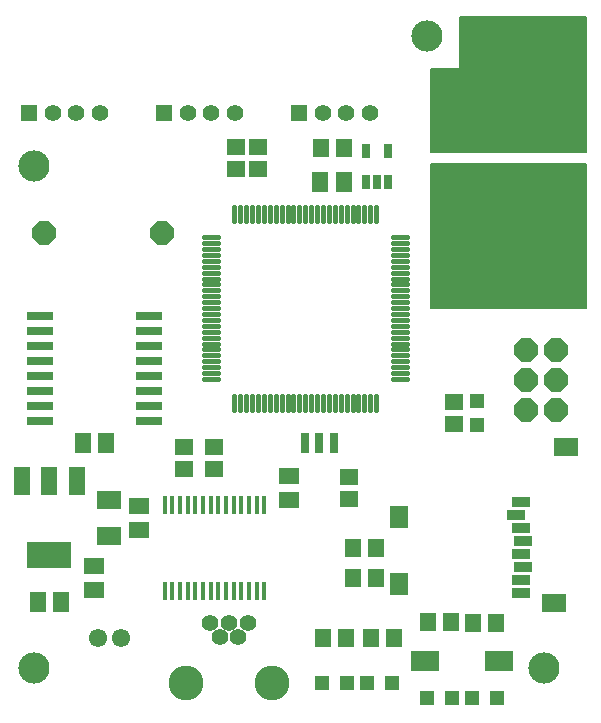
<source format=gts>
G75*
%MOIN*%
%OFA0B0*%
%FSLAX24Y24*%
%IPPOS*%
%LPD*%
%AMOC8*
5,1,8,0,0,1.08239X$1,22.5*
%
%ADD10C,0.0050*%
%ADD11C,0.1040*%
%ADD12R,0.0670X0.0552*%
%ADD13R,0.0552X0.0631*%
%ADD14R,0.0552X0.0670*%
%ADD15R,0.0906X0.0276*%
%ADD16C,0.0158*%
%ADD17R,0.0631X0.0552*%
%ADD18R,0.0512X0.0512*%
%ADD19OC8,0.0800*%
%ADD20OC8,0.0780*%
%ADD21R,0.0177X0.0590*%
%ADD22R,0.0827X0.0631*%
%ADD23C,0.0555*%
%ADD24C,0.1162*%
%ADD25R,0.0520X0.0920*%
%ADD26R,0.1457X0.0906*%
%ADD27R,0.0591X0.0749*%
%ADD28R,0.0788X0.0591*%
%ADD29R,0.0631X0.0355*%
%ADD30R,0.0749X0.0670*%
%ADD31R,0.0257X0.0512*%
%ADD32R,0.0555X0.0555*%
%ADD33R,0.0316X0.0709*%
%ADD34C,0.0610*%
%ADD35C,0.2340*%
%ADD36R,0.0946X0.0670*%
D10*
X020058Y019000D02*
X020058Y023800D01*
X025215Y023800D01*
X025215Y019000D01*
X020058Y019000D01*
X020058Y019032D02*
X025215Y019032D01*
X025215Y019080D02*
X020058Y019080D01*
X020058Y019129D02*
X025215Y019129D01*
X025215Y019177D02*
X020058Y019177D01*
X020058Y019226D02*
X025215Y019226D01*
X025215Y019274D02*
X020058Y019274D01*
X020058Y019323D02*
X025215Y019323D01*
X025215Y019371D02*
X020058Y019371D01*
X020058Y019420D02*
X025215Y019420D01*
X025215Y019468D02*
X020058Y019468D01*
X020058Y019517D02*
X025215Y019517D01*
X025215Y019565D02*
X020058Y019565D01*
X020058Y019614D02*
X025215Y019614D01*
X025215Y019662D02*
X020058Y019662D01*
X020058Y019711D02*
X025215Y019711D01*
X025215Y019759D02*
X020058Y019759D01*
X020058Y019808D02*
X025215Y019808D01*
X025215Y019856D02*
X020058Y019856D01*
X020058Y019905D02*
X025215Y019905D01*
X025215Y019953D02*
X020058Y019953D01*
X020058Y020002D02*
X025215Y020002D01*
X025215Y020050D02*
X020058Y020050D01*
X020058Y020099D02*
X025215Y020099D01*
X025215Y020147D02*
X020058Y020147D01*
X020058Y020196D02*
X025215Y020196D01*
X025215Y020244D02*
X020058Y020244D01*
X020058Y020293D02*
X025215Y020293D01*
X025215Y020341D02*
X020058Y020341D01*
X020058Y020390D02*
X025215Y020390D01*
X025215Y020438D02*
X020058Y020438D01*
X020058Y020487D02*
X025215Y020487D01*
X025215Y020535D02*
X020058Y020535D01*
X020058Y020584D02*
X025215Y020584D01*
X025215Y020632D02*
X020058Y020632D01*
X020058Y020681D02*
X025215Y020681D01*
X025215Y020729D02*
X020058Y020729D01*
X020058Y020778D02*
X025215Y020778D01*
X025215Y020826D02*
X020058Y020826D01*
X020058Y020875D02*
X025215Y020875D01*
X025215Y020923D02*
X020058Y020923D01*
X020058Y020972D02*
X025215Y020972D01*
X025215Y021020D02*
X020058Y021020D01*
X020058Y021069D02*
X025215Y021069D01*
X025215Y021117D02*
X020058Y021117D01*
X020058Y021166D02*
X025215Y021166D01*
X025215Y021214D02*
X020058Y021214D01*
X020058Y021263D02*
X025215Y021263D01*
X025215Y021311D02*
X020058Y021311D01*
X020058Y021360D02*
X025215Y021360D01*
X025215Y021408D02*
X020058Y021408D01*
X020058Y021457D02*
X025215Y021457D01*
X025215Y021505D02*
X020058Y021505D01*
X020058Y021554D02*
X025215Y021554D01*
X025215Y021602D02*
X020058Y021602D01*
X020058Y021651D02*
X025215Y021651D01*
X025215Y021699D02*
X020058Y021699D01*
X020058Y021748D02*
X025215Y021748D01*
X025215Y021796D02*
X020058Y021796D01*
X020058Y021845D02*
X025215Y021845D01*
X025215Y021893D02*
X020058Y021893D01*
X020058Y021942D02*
X025215Y021942D01*
X025215Y021990D02*
X020058Y021990D01*
X020058Y022039D02*
X025215Y022039D01*
X025215Y022087D02*
X020058Y022087D01*
X020058Y022136D02*
X025215Y022136D01*
X025215Y022184D02*
X020058Y022184D01*
X020058Y022233D02*
X025215Y022233D01*
X025215Y022281D02*
X020058Y022281D01*
X020058Y022330D02*
X025215Y022330D01*
X025215Y022378D02*
X020058Y022378D01*
X020058Y022427D02*
X025215Y022427D01*
X025215Y022475D02*
X020058Y022475D01*
X020058Y022524D02*
X025215Y022524D01*
X025215Y022572D02*
X020058Y022572D01*
X020058Y022621D02*
X025215Y022621D01*
X025215Y022669D02*
X020058Y022669D01*
X020058Y022718D02*
X025215Y022718D01*
X025215Y022766D02*
X020058Y022766D01*
X020058Y022815D02*
X025215Y022815D01*
X025215Y022863D02*
X020058Y022863D01*
X020058Y022912D02*
X025215Y022912D01*
X025215Y022960D02*
X020058Y022960D01*
X020058Y023009D02*
X025215Y023009D01*
X025215Y023057D02*
X020058Y023057D01*
X020058Y023106D02*
X025215Y023106D01*
X025215Y023154D02*
X020058Y023154D01*
X020058Y023203D02*
X025215Y023203D01*
X025215Y023251D02*
X020058Y023251D01*
X020058Y023300D02*
X025215Y023300D01*
X025215Y023348D02*
X020058Y023348D01*
X020058Y023397D02*
X025215Y023397D01*
X025215Y023445D02*
X020058Y023445D01*
X020058Y023494D02*
X025215Y023494D01*
X025215Y023542D02*
X020058Y023542D01*
X020058Y023591D02*
X025215Y023591D01*
X025215Y023639D02*
X020058Y023639D01*
X020058Y023688D02*
X025215Y023688D01*
X025215Y023736D02*
X020058Y023736D01*
X020058Y023785D02*
X025215Y023785D01*
X025215Y024200D02*
X020058Y024200D01*
X020058Y026968D01*
X021003Y026968D01*
X021003Y028689D01*
X025215Y028689D01*
X025215Y024200D01*
X025215Y024221D02*
X020058Y024221D01*
X020058Y024270D02*
X025215Y024270D01*
X025215Y024318D02*
X020058Y024318D01*
X020058Y024367D02*
X025215Y024367D01*
X025215Y024415D02*
X020058Y024415D01*
X020058Y024464D02*
X025215Y024464D01*
X025215Y024512D02*
X020058Y024512D01*
X020058Y024561D02*
X025215Y024561D01*
X025215Y024609D02*
X020058Y024609D01*
X020058Y024658D02*
X025215Y024658D01*
X025215Y024706D02*
X020058Y024706D01*
X020058Y024755D02*
X025215Y024755D01*
X025215Y024803D02*
X020058Y024803D01*
X020058Y024852D02*
X025215Y024852D01*
X025215Y024900D02*
X020058Y024900D01*
X020058Y024949D02*
X025215Y024949D01*
X025215Y024997D02*
X020058Y024997D01*
X020058Y025046D02*
X025215Y025046D01*
X025215Y025094D02*
X020058Y025094D01*
X020058Y025143D02*
X025215Y025143D01*
X025215Y025191D02*
X020058Y025191D01*
X020058Y025240D02*
X025215Y025240D01*
X025215Y025288D02*
X020058Y025288D01*
X020058Y025337D02*
X025215Y025337D01*
X025215Y025385D02*
X020058Y025385D01*
X020058Y025434D02*
X025215Y025434D01*
X025215Y025482D02*
X020058Y025482D01*
X020058Y025531D02*
X025215Y025531D01*
X025215Y025579D02*
X020058Y025579D01*
X020058Y025628D02*
X025215Y025628D01*
X025215Y025676D02*
X020058Y025676D01*
X020058Y025725D02*
X025215Y025725D01*
X025215Y025773D02*
X020058Y025773D01*
X020058Y025822D02*
X025215Y025822D01*
X025215Y025870D02*
X020058Y025870D01*
X020058Y025919D02*
X025215Y025919D01*
X025215Y025967D02*
X020058Y025967D01*
X020058Y026016D02*
X025215Y026016D01*
X025215Y026064D02*
X020058Y026064D01*
X020058Y026113D02*
X025215Y026113D01*
X025215Y026161D02*
X020058Y026161D01*
X020058Y026210D02*
X025215Y026210D01*
X025215Y026258D02*
X020058Y026258D01*
X020058Y026307D02*
X025215Y026307D01*
X025215Y026355D02*
X020058Y026355D01*
X020058Y026404D02*
X025215Y026404D01*
X025215Y026452D02*
X020058Y026452D01*
X020058Y026501D02*
X025215Y026501D01*
X025215Y026549D02*
X020058Y026549D01*
X020058Y026598D02*
X025215Y026598D01*
X025215Y026646D02*
X020058Y026646D01*
X020058Y026695D02*
X025215Y026695D01*
X025215Y026743D02*
X020058Y026743D01*
X020058Y026792D02*
X025215Y026792D01*
X025215Y026840D02*
X020058Y026840D01*
X020058Y026889D02*
X025215Y026889D01*
X025215Y026937D02*
X020058Y026937D01*
X021003Y026986D02*
X025215Y026986D01*
X025215Y027034D02*
X021003Y027034D01*
X021003Y027083D02*
X025215Y027083D01*
X025215Y027131D02*
X021003Y027131D01*
X021003Y027180D02*
X025215Y027180D01*
X025215Y027228D02*
X021003Y027228D01*
X021003Y027277D02*
X025215Y027277D01*
X025215Y027325D02*
X021003Y027325D01*
X021003Y027374D02*
X025215Y027374D01*
X025215Y027422D02*
X021003Y027422D01*
X021003Y027471D02*
X025215Y027471D01*
X025215Y027519D02*
X021003Y027519D01*
X021003Y027568D02*
X025215Y027568D01*
X025215Y027616D02*
X021003Y027616D01*
X021003Y027665D02*
X025215Y027665D01*
X025215Y027713D02*
X021003Y027713D01*
X021003Y027762D02*
X025215Y027762D01*
X025215Y027810D02*
X021003Y027810D01*
X021003Y027859D02*
X025215Y027859D01*
X025215Y027907D02*
X021003Y027907D01*
X021003Y027956D02*
X025215Y027956D01*
X025215Y028004D02*
X021003Y028004D01*
X021003Y028053D02*
X025215Y028053D01*
X025215Y028101D02*
X021003Y028101D01*
X021003Y028150D02*
X025215Y028150D01*
X025215Y028198D02*
X021003Y028198D01*
X021003Y028247D02*
X025215Y028247D01*
X025215Y028295D02*
X021003Y028295D01*
X021003Y028344D02*
X025215Y028344D01*
X025215Y028392D02*
X021003Y028392D01*
X021003Y028441D02*
X025215Y028441D01*
X025215Y028489D02*
X021003Y028489D01*
X021003Y028538D02*
X025215Y028538D01*
X025215Y028586D02*
X021003Y028586D01*
X021003Y028635D02*
X025215Y028635D01*
X025215Y028683D02*
X021003Y028683D01*
D11*
X006833Y007000D03*
X023833Y007000D03*
X006833Y023736D03*
X019912Y028067D03*
D12*
X015333Y013394D03*
X015333Y012606D03*
X010333Y012394D03*
X010333Y011606D03*
X008833Y010394D03*
X008833Y009606D03*
D13*
X016459Y008000D03*
X017207Y008000D03*
X018059Y008000D03*
X018807Y008000D03*
X019959Y008550D03*
X020707Y008550D03*
X021459Y008500D03*
X022207Y008500D03*
X018207Y010000D03*
X017459Y010000D03*
X017459Y011000D03*
X018207Y011000D03*
X017136Y024346D03*
X016388Y024346D03*
D14*
X016369Y023189D03*
X017156Y023189D03*
X009227Y014500D03*
X008440Y014500D03*
X007727Y009200D03*
X006940Y009200D03*
D15*
X007022Y015250D03*
X007022Y015750D03*
X007022Y016250D03*
X007022Y016750D03*
X007022Y017250D03*
X007022Y017750D03*
X007022Y018250D03*
X007022Y018750D03*
X010644Y018750D03*
X010644Y018250D03*
X010644Y017750D03*
X010644Y017250D03*
X010644Y016750D03*
X010644Y016250D03*
X010644Y015750D03*
X010644Y015250D03*
D16*
X012475Y016638D02*
X012947Y016638D01*
X012947Y016835D02*
X012475Y016835D01*
X012475Y017031D02*
X012947Y017031D01*
X012947Y017228D02*
X012475Y017228D01*
X012475Y017425D02*
X012947Y017425D01*
X012947Y017622D02*
X012475Y017622D01*
X012475Y017819D02*
X012947Y017819D01*
X012947Y018016D02*
X012475Y018016D01*
X012475Y018213D02*
X012947Y018213D01*
X012947Y018409D02*
X012475Y018409D01*
X012475Y018606D02*
X012947Y018606D01*
X012947Y018803D02*
X012475Y018803D01*
X012475Y019000D02*
X012947Y019000D01*
X012947Y019197D02*
X012475Y019197D01*
X012475Y019394D02*
X012947Y019394D01*
X012947Y019591D02*
X012475Y019591D01*
X012475Y019787D02*
X012947Y019787D01*
X012947Y019984D02*
X012475Y019984D01*
X012475Y020181D02*
X012947Y020181D01*
X012947Y020378D02*
X012475Y020378D01*
X012475Y020575D02*
X012947Y020575D01*
X012947Y020772D02*
X012475Y020772D01*
X012475Y020969D02*
X012947Y020969D01*
X012947Y021165D02*
X012475Y021165D01*
X012475Y021362D02*
X012947Y021362D01*
X013499Y021914D02*
X013499Y022386D01*
X013696Y022386D02*
X013696Y021914D01*
X013892Y021914D02*
X013892Y022386D01*
X014089Y022386D02*
X014089Y021914D01*
X014286Y021914D02*
X014286Y022386D01*
X014483Y022386D02*
X014483Y021914D01*
X014680Y021914D02*
X014680Y022386D01*
X014877Y022386D02*
X014877Y021914D01*
X015073Y021914D02*
X015073Y022386D01*
X015270Y022386D02*
X015270Y021914D01*
X015467Y021914D02*
X015467Y022386D01*
X015664Y022386D02*
X015664Y021914D01*
X015861Y021914D02*
X015861Y022386D01*
X016058Y022386D02*
X016058Y021914D01*
X016255Y021914D02*
X016255Y022386D01*
X016451Y022386D02*
X016451Y021914D01*
X016648Y021914D02*
X016648Y022386D01*
X016845Y022386D02*
X016845Y021914D01*
X017042Y021914D02*
X017042Y022386D01*
X017239Y022386D02*
X017239Y021914D01*
X017436Y021914D02*
X017436Y022386D01*
X017633Y022386D02*
X017633Y021914D01*
X017829Y021914D02*
X017829Y022386D01*
X018026Y022386D02*
X018026Y021914D01*
X018223Y021914D02*
X018223Y022386D01*
X018774Y021362D02*
X019246Y021362D01*
X019246Y021165D02*
X018774Y021165D01*
X018774Y020969D02*
X019246Y020969D01*
X019246Y020772D02*
X018774Y020772D01*
X018774Y020575D02*
X019246Y020575D01*
X019246Y020378D02*
X018774Y020378D01*
X018774Y020181D02*
X019246Y020181D01*
X019246Y019984D02*
X018774Y019984D01*
X018774Y019787D02*
X019246Y019787D01*
X019246Y019591D02*
X018774Y019591D01*
X018774Y019394D02*
X019246Y019394D01*
X019246Y019197D02*
X018774Y019197D01*
X018774Y019000D02*
X019246Y019000D01*
X019246Y018803D02*
X018774Y018803D01*
X018774Y018606D02*
X019246Y018606D01*
X019246Y018409D02*
X018774Y018409D01*
X018774Y018213D02*
X019246Y018213D01*
X019246Y018016D02*
X018774Y018016D01*
X018774Y017819D02*
X019246Y017819D01*
X019246Y017622D02*
X018774Y017622D01*
X018774Y017425D02*
X019246Y017425D01*
X019246Y017228D02*
X018774Y017228D01*
X018774Y017031D02*
X019246Y017031D01*
X019246Y016835D02*
X018774Y016835D01*
X018774Y016638D02*
X019246Y016638D01*
X018223Y016086D02*
X018223Y015614D01*
X018026Y015614D02*
X018026Y016086D01*
X017829Y016086D02*
X017829Y015614D01*
X017633Y015614D02*
X017633Y016086D01*
X017436Y016086D02*
X017436Y015614D01*
X017239Y015614D02*
X017239Y016086D01*
X017042Y016086D02*
X017042Y015614D01*
X016845Y015614D02*
X016845Y016086D01*
X016648Y016086D02*
X016648Y015614D01*
X016451Y015614D02*
X016451Y016086D01*
X016255Y016086D02*
X016255Y015614D01*
X016058Y015614D02*
X016058Y016086D01*
X015861Y016086D02*
X015861Y015614D01*
X015664Y015614D02*
X015664Y016086D01*
X015467Y016086D02*
X015467Y015614D01*
X015270Y015614D02*
X015270Y016086D01*
X015073Y016086D02*
X015073Y015614D01*
X014877Y015614D02*
X014877Y016086D01*
X014680Y016086D02*
X014680Y015614D01*
X014483Y015614D02*
X014483Y016086D01*
X014286Y016086D02*
X014286Y015614D01*
X014089Y015614D02*
X014089Y016086D01*
X013892Y016086D02*
X013892Y015614D01*
X013696Y015614D02*
X013696Y016086D01*
X013499Y016086D02*
X013499Y015614D01*
D17*
X012833Y014374D03*
X012833Y013626D03*
X011833Y013626D03*
X011833Y014374D03*
X017333Y013374D03*
X017333Y012626D03*
X020833Y015126D03*
X020833Y015874D03*
X014295Y023626D03*
X013552Y023626D03*
X013552Y024374D03*
X014295Y024374D03*
D18*
X021597Y015913D03*
X021597Y015087D03*
X018747Y006500D03*
X017920Y006500D03*
X017247Y006500D03*
X016420Y006500D03*
X019920Y006000D03*
X020747Y006000D03*
X021420Y006000D03*
X022247Y006000D03*
D19*
X011093Y021500D03*
X007156Y021500D03*
D20*
X023233Y017600D03*
X023233Y016600D03*
X023233Y015600D03*
X024233Y015600D03*
X024233Y016600D03*
X024233Y017600D03*
D21*
X014497Y012439D03*
X014241Y012439D03*
X013985Y012439D03*
X013729Y012439D03*
X013473Y012439D03*
X013217Y012439D03*
X012961Y012439D03*
X012705Y012439D03*
X012449Y012439D03*
X012194Y012439D03*
X011938Y012439D03*
X011682Y012439D03*
X011426Y012439D03*
X011170Y012439D03*
X011170Y009561D03*
X011426Y009561D03*
X011682Y009561D03*
X011938Y009561D03*
X012194Y009561D03*
X012449Y009561D03*
X012705Y009561D03*
X012961Y009561D03*
X013217Y009561D03*
X013473Y009561D03*
X013729Y009561D03*
X013985Y009561D03*
X014241Y009561D03*
X014497Y009561D03*
D22*
X009333Y011409D03*
X009333Y012591D03*
D23*
X012688Y008508D03*
X013003Y008035D03*
X013318Y008508D03*
X013633Y008035D03*
X013948Y008508D03*
X013514Y025500D03*
X012727Y025500D03*
X011940Y025500D03*
X009014Y025500D03*
X008227Y025500D03*
X007440Y025500D03*
X016440Y025500D03*
X017227Y025500D03*
X018014Y025500D03*
D24*
X014755Y006500D03*
X011881Y006500D03*
D25*
X008243Y013220D03*
X007333Y013220D03*
X006423Y013220D03*
D26*
X007333Y010780D03*
D27*
X018991Y009807D03*
X018991Y012051D03*
D28*
X024168Y009177D03*
X024562Y014354D03*
D29*
X023046Y012520D03*
X022888Y012087D03*
X023046Y011654D03*
X023125Y011220D03*
X023046Y010787D03*
X023125Y010354D03*
X023046Y009921D03*
X023046Y009488D03*
D30*
X023333Y023449D03*
X023333Y024551D03*
D31*
X018633Y024232D03*
X017885Y024232D03*
X017885Y023209D03*
X018259Y023209D03*
X018633Y023209D03*
D32*
X015652Y025500D03*
X011152Y025500D03*
X006652Y025500D03*
D33*
X015861Y014500D03*
X016333Y014500D03*
X016806Y014500D03*
D34*
X009727Y008000D03*
X008940Y008000D03*
D35*
X023333Y021000D03*
X023333Y027000D03*
D36*
X022323Y007250D03*
X019843Y007250D03*
M02*

</source>
